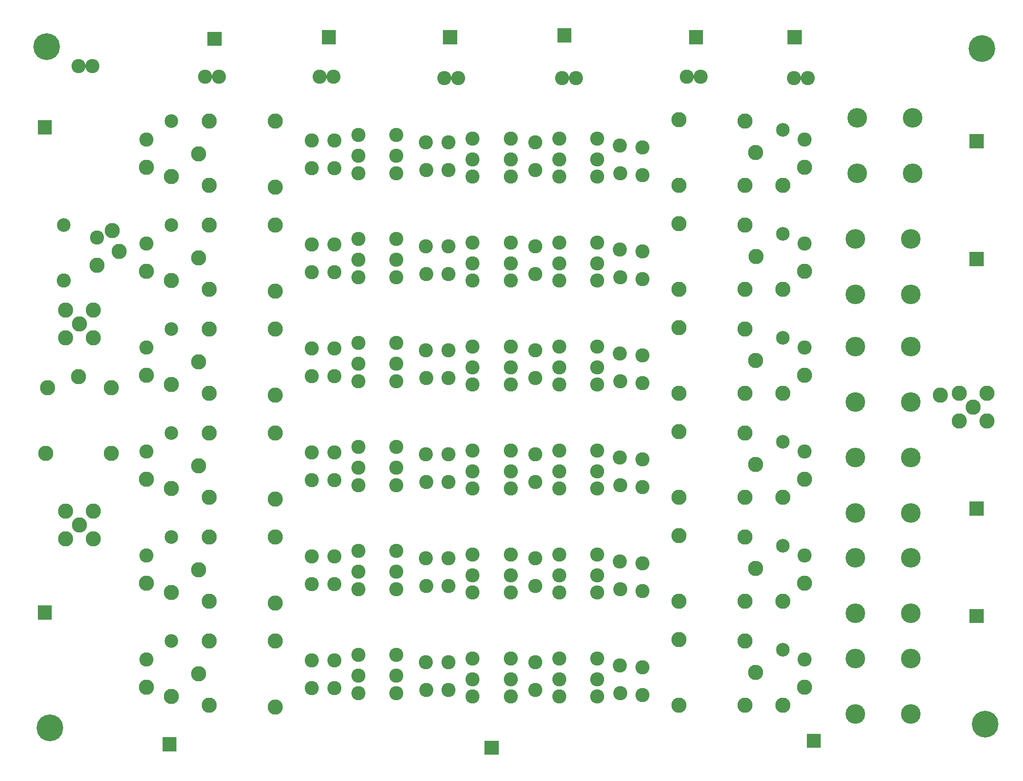
<source format=gbr>
%FSLAX34Y34*%
%MOMM*%
%LNSOLDERMASK_BOTTOM*%
G71*
G01*
%ADD10C,2.600*%
%ADD11C,2.500*%
%ADD12C,2.800*%
%ADD13C,2.600*%
%ADD14C,2.600*%
%ADD15C,4.900*%
%ADD16C,2.800*%
%ADD17C,3.600*%
%LPD*%
X171747Y570084D02*
G54D10*
D03*
X197247Y570084D02*
G54D10*
D03*
X381297Y570084D02*
G54D10*
D03*
X406797Y570084D02*
G54D10*
D03*
X452597Y462859D02*
G54D10*
D03*
X522447Y462859D02*
G54D10*
D03*
X452597Y393009D02*
G54D10*
D03*
X522447Y393009D02*
G54D10*
D03*
X522447Y424759D02*
G54D10*
D03*
X452597Y424759D02*
G54D10*
D03*
X109697Y386659D02*
G54D11*
D03*
X109697Y488259D02*
G54D11*
D03*
X609897Y566909D02*
G54D10*
D03*
X635397Y566909D02*
G54D10*
D03*
X825797Y566909D02*
G54D10*
D03*
X851297Y566909D02*
G54D10*
D03*
X-84003Y142159D02*
G54D12*
D03*
X-33203Y142159D02*
G54D12*
D03*
X-58603Y116759D02*
G54D12*
D03*
X-33203Y91359D02*
G54D12*
D03*
X-84003Y91359D02*
G54D12*
D03*
X-84003Y-226141D02*
G54D12*
D03*
X-33203Y-226141D02*
G54D12*
D03*
X-58603Y-251541D02*
G54D12*
D03*
X-33203Y-276941D02*
G54D12*
D03*
X-84003Y-276941D02*
G54D12*
D03*
X452597Y393009D02*
G54D13*
D03*
X522447Y393009D02*
G54D13*
D03*
X-84003Y142159D02*
G54D13*
D03*
X-33203Y142159D02*
G54D13*
D03*
X-84003Y91359D02*
G54D13*
D03*
X-33203Y91359D02*
G54D13*
D03*
X-84003Y-226141D02*
G54D14*
D03*
X-33203Y-226141D02*
G54D13*
D03*
X-84003Y-276941D02*
G54D13*
D03*
X-33203Y-276941D02*
G54D13*
D03*
X-87153Y196159D02*
G54D11*
D03*
X-87153Y297759D02*
G54D11*
D03*
X-26526Y275132D02*
G54D10*
D03*
X-26414Y224152D02*
G54D10*
D03*
X-60028Y589134D02*
G54D10*
D03*
X-34528Y589134D02*
G54D10*
D03*
X-87153Y196159D02*
G54D13*
D03*
G36*
X385597Y655259D02*
X411597Y655259D01*
X411597Y629259D01*
X385597Y629259D01*
X385597Y655259D01*
G37*
G36*
X607847Y655259D02*
X633847Y655259D01*
X633847Y629259D01*
X607847Y629259D01*
X607847Y655259D01*
G37*
G36*
X817397Y658434D02*
X843397Y658434D01*
X843397Y632434D01*
X817397Y632434D01*
X817397Y658434D01*
G37*
G36*
X1058697Y655259D02*
X1084697Y655259D01*
X1084697Y629259D01*
X1058697Y629259D01*
X1058697Y655259D01*
G37*
G36*
X1239672Y655259D02*
X1265672Y655259D01*
X1265672Y629259D01*
X1239672Y629259D01*
X1239672Y655259D01*
G37*
X-118903Y624659D02*
G54D15*
D03*
X-112553Y-623116D02*
G54D15*
D03*
G36*
X-109103Y490159D02*
X-109103Y464159D01*
X-135103Y464159D01*
X-135103Y490159D01*
X-109103Y490159D01*
G37*
G36*
X-109103Y-398841D02*
X-109103Y-424841D01*
X-135103Y-424841D01*
X-135103Y-398841D01*
X-109103Y-398841D01*
G37*
X300197Y367609D02*
G54D12*
D03*
X179547Y370783D02*
G54D12*
D03*
X300197Y488259D02*
G54D12*
D03*
X179547Y488259D02*
G54D12*
D03*
X159584Y427934D02*
G54D12*
D03*
X64123Y454704D02*
G54D10*
D03*
X64235Y403724D02*
G54D10*
D03*
X64235Y403724D02*
G54D12*
D03*
X-120650Y-120650D02*
G54D12*
D03*
X-117476Y0D02*
G54D12*
D03*
X0Y-120650D02*
G54D12*
D03*
X0Y0D02*
G54D12*
D03*
X-60325Y20112D02*
G54D12*
D03*
X179547Y370783D02*
G54D16*
D03*
X-117476Y0D02*
G54D12*
D03*
X109697Y386659D02*
G54D12*
D03*
X14266Y249896D02*
G54D12*
D03*
X64235Y403724D02*
G54D12*
D03*
X109697Y386659D02*
G54D12*
D03*
X-26414Y224152D02*
G54D12*
D03*
X1747Y288109D02*
G54D12*
D03*
X367174Y452932D02*
G54D10*
D03*
X367286Y401952D02*
G54D10*
D03*
X408449Y452932D02*
G54D10*
D03*
X408562Y401952D02*
G54D10*
D03*
X367286Y401951D02*
G54D13*
D03*
X576724Y449757D02*
G54D10*
D03*
X576836Y398776D02*
G54D10*
D03*
X617999Y449757D02*
G54D10*
D03*
X618112Y398776D02*
G54D10*
D03*
X618112Y398776D02*
G54D13*
D03*
X662147Y456509D02*
G54D10*
D03*
X731997Y456509D02*
G54D10*
D03*
X662147Y386659D02*
G54D10*
D03*
X731997Y386659D02*
G54D10*
D03*
X731997Y418409D02*
G54D10*
D03*
X662147Y418409D02*
G54D10*
D03*
X662147Y386659D02*
G54D13*
D03*
X731997Y386659D02*
G54D13*
D03*
X776749Y449757D02*
G54D10*
D03*
X776862Y398776D02*
G54D10*
D03*
X820897Y456509D02*
G54D10*
D03*
X890747Y456509D02*
G54D10*
D03*
X820897Y386659D02*
G54D10*
D03*
X890747Y386659D02*
G54D10*
D03*
X890747Y418409D02*
G54D10*
D03*
X820897Y418409D02*
G54D10*
D03*
X820897Y386659D02*
G54D13*
D03*
X890747Y386659D02*
G54D13*
D03*
X932324Y443407D02*
G54D10*
D03*
X932436Y392426D02*
G54D10*
D03*
X973599Y440232D02*
G54D10*
D03*
X973712Y389252D02*
G54D10*
D03*
X973712Y389251D02*
G54D13*
D03*
X1230983Y472274D02*
G54D11*
D03*
X1230983Y370675D02*
G54D11*
D03*
X1040483Y491324D02*
G54D12*
D03*
X1161133Y488151D02*
G54D12*
D03*
X1040483Y370674D02*
G54D12*
D03*
X1161133Y370675D02*
G54D12*
D03*
X1181095Y431000D02*
G54D12*
D03*
X1161133Y370675D02*
G54D16*
D03*
X1270623Y454704D02*
G54D10*
D03*
X1270735Y403724D02*
G54D10*
D03*
X1270735Y403724D02*
G54D12*
D03*
X1270735Y403724D02*
G54D12*
D03*
X1230983Y370675D02*
G54D12*
D03*
X452597Y272359D02*
G54D10*
D03*
X522447Y272359D02*
G54D10*
D03*
X452597Y202509D02*
G54D10*
D03*
X522447Y202509D02*
G54D10*
D03*
X522447Y234259D02*
G54D10*
D03*
X452597Y234259D02*
G54D10*
D03*
X109697Y196159D02*
G54D11*
D03*
X109697Y297759D02*
G54D11*
D03*
X452597Y202509D02*
G54D13*
D03*
X522447Y202509D02*
G54D13*
D03*
X300197Y177109D02*
G54D12*
D03*
X179547Y180283D02*
G54D12*
D03*
X300197Y297759D02*
G54D12*
D03*
X179547Y297759D02*
G54D12*
D03*
X159584Y237434D02*
G54D12*
D03*
X64123Y264204D02*
G54D10*
D03*
X64235Y213224D02*
G54D10*
D03*
X64235Y213224D02*
G54D12*
D03*
X179547Y180283D02*
G54D16*
D03*
X109697Y196159D02*
G54D12*
D03*
X64235Y213224D02*
G54D12*
D03*
X109697Y196159D02*
G54D12*
D03*
X367174Y262432D02*
G54D10*
D03*
X367286Y211452D02*
G54D10*
D03*
X408449Y262432D02*
G54D10*
D03*
X408562Y211452D02*
G54D10*
D03*
X367286Y211451D02*
G54D13*
D03*
X576724Y259257D02*
G54D10*
D03*
X576836Y208276D02*
G54D10*
D03*
X617999Y259257D02*
G54D10*
D03*
X618112Y208276D02*
G54D10*
D03*
X618112Y208276D02*
G54D13*
D03*
X662147Y266009D02*
G54D10*
D03*
X731997Y266009D02*
G54D10*
D03*
X662147Y196159D02*
G54D10*
D03*
X731997Y196159D02*
G54D10*
D03*
X731997Y227909D02*
G54D10*
D03*
X662147Y227909D02*
G54D10*
D03*
X662147Y196159D02*
G54D13*
D03*
X731997Y196159D02*
G54D13*
D03*
X776749Y259257D02*
G54D10*
D03*
X776862Y208276D02*
G54D10*
D03*
X820897Y266009D02*
G54D10*
D03*
X890747Y266009D02*
G54D10*
D03*
X820897Y196159D02*
G54D10*
D03*
X890747Y196159D02*
G54D10*
D03*
X890747Y227909D02*
G54D10*
D03*
X820897Y227909D02*
G54D10*
D03*
X820897Y196159D02*
G54D13*
D03*
X890747Y196159D02*
G54D13*
D03*
X932324Y252907D02*
G54D10*
D03*
X932436Y201926D02*
G54D10*
D03*
X973599Y249732D02*
G54D10*
D03*
X973712Y198752D02*
G54D10*
D03*
X973712Y198751D02*
G54D13*
D03*
X1230983Y281774D02*
G54D11*
D03*
X1230983Y180175D02*
G54D11*
D03*
X1040483Y300824D02*
G54D12*
D03*
X1161133Y297651D02*
G54D12*
D03*
X1040483Y180174D02*
G54D12*
D03*
X1161133Y180174D02*
G54D12*
D03*
X1181595Y240500D02*
G54D12*
D03*
X1161133Y180174D02*
G54D16*
D03*
X1270623Y264204D02*
G54D10*
D03*
X1270735Y213224D02*
G54D10*
D03*
X1270735Y213224D02*
G54D12*
D03*
X1270735Y213224D02*
G54D12*
D03*
X1230983Y180175D02*
G54D12*
D03*
X452597Y81859D02*
G54D10*
D03*
X522447Y81859D02*
G54D10*
D03*
X452597Y12009D02*
G54D10*
D03*
X522447Y12009D02*
G54D10*
D03*
X522447Y43759D02*
G54D10*
D03*
X452597Y43759D02*
G54D10*
D03*
X109697Y5659D02*
G54D11*
D03*
X109697Y107259D02*
G54D11*
D03*
X452597Y12009D02*
G54D13*
D03*
X522447Y12009D02*
G54D13*
D03*
X300197Y-13391D02*
G54D12*
D03*
X179547Y-10217D02*
G54D12*
D03*
X300197Y107259D02*
G54D12*
D03*
X179547Y107259D02*
G54D12*
D03*
X159584Y46934D02*
G54D12*
D03*
X64123Y73704D02*
G54D10*
D03*
X64235Y22724D02*
G54D10*
D03*
X64235Y22724D02*
G54D12*
D03*
X179547Y-10217D02*
G54D16*
D03*
X109697Y5659D02*
G54D12*
D03*
X64235Y22724D02*
G54D12*
D03*
X109697Y5659D02*
G54D12*
D03*
X367174Y71932D02*
G54D10*
D03*
X367286Y20952D02*
G54D10*
D03*
X408449Y71932D02*
G54D10*
D03*
X408562Y20952D02*
G54D10*
D03*
X367286Y20951D02*
G54D13*
D03*
X576724Y68757D02*
G54D10*
D03*
X576836Y17776D02*
G54D10*
D03*
X617999Y68757D02*
G54D10*
D03*
X618112Y17776D02*
G54D10*
D03*
X618112Y17776D02*
G54D13*
D03*
X662147Y75509D02*
G54D10*
D03*
X731997Y75509D02*
G54D10*
D03*
X662147Y5659D02*
G54D10*
D03*
X731997Y5659D02*
G54D10*
D03*
X731997Y37409D02*
G54D10*
D03*
X662147Y37409D02*
G54D10*
D03*
X662147Y5659D02*
G54D13*
D03*
X731997Y5659D02*
G54D13*
D03*
X776749Y68757D02*
G54D10*
D03*
X776862Y17776D02*
G54D10*
D03*
X820897Y75509D02*
G54D10*
D03*
X890747Y75509D02*
G54D10*
D03*
X820897Y5659D02*
G54D10*
D03*
X890747Y5659D02*
G54D10*
D03*
X890747Y37409D02*
G54D10*
D03*
X820897Y37409D02*
G54D10*
D03*
X820897Y5659D02*
G54D13*
D03*
X890747Y5659D02*
G54D13*
D03*
X932324Y62407D02*
G54D10*
D03*
X932436Y11426D02*
G54D10*
D03*
X973599Y59232D02*
G54D10*
D03*
X973712Y8252D02*
G54D10*
D03*
X973712Y8251D02*
G54D13*
D03*
X1230983Y91274D02*
G54D11*
D03*
X1230983Y-10325D02*
G54D11*
D03*
X1040483Y110324D02*
G54D12*
D03*
X1161133Y107151D02*
G54D12*
D03*
X1040483Y-10326D02*
G54D12*
D03*
X1161133Y-10326D02*
G54D12*
D03*
X1181095Y50000D02*
G54D12*
D03*
X1161133Y-10326D02*
G54D16*
D03*
X1270623Y73704D02*
G54D10*
D03*
X1270735Y22724D02*
G54D10*
D03*
X1270735Y22724D02*
G54D12*
D03*
X1270735Y22724D02*
G54D12*
D03*
X1230983Y-10325D02*
G54D12*
D03*
X452597Y-108641D02*
G54D10*
D03*
X522447Y-108641D02*
G54D10*
D03*
X452597Y-178491D02*
G54D10*
D03*
X522447Y-178491D02*
G54D10*
D03*
X522447Y-146741D02*
G54D10*
D03*
X452597Y-146741D02*
G54D10*
D03*
X109697Y-184841D02*
G54D11*
D03*
X109697Y-83241D02*
G54D11*
D03*
X452597Y-178491D02*
G54D13*
D03*
X522447Y-178491D02*
G54D13*
D03*
X300197Y-203891D02*
G54D12*
D03*
X179547Y-200717D02*
G54D12*
D03*
X300197Y-83241D02*
G54D12*
D03*
X179547Y-83241D02*
G54D12*
D03*
X159584Y-143566D02*
G54D12*
D03*
X64123Y-116796D02*
G54D10*
D03*
X64235Y-167776D02*
G54D10*
D03*
X64235Y-167776D02*
G54D12*
D03*
X179547Y-200717D02*
G54D16*
D03*
X109697Y-184841D02*
G54D12*
D03*
X64235Y-167776D02*
G54D12*
D03*
X109697Y-184841D02*
G54D12*
D03*
X367174Y-118568D02*
G54D10*
D03*
X367286Y-169548D02*
G54D10*
D03*
X408449Y-118568D02*
G54D10*
D03*
X408562Y-169548D02*
G54D10*
D03*
X367286Y-169549D02*
G54D13*
D03*
X576724Y-121743D02*
G54D10*
D03*
X576836Y-172724D02*
G54D10*
D03*
X617999Y-121743D02*
G54D10*
D03*
X618112Y-172724D02*
G54D10*
D03*
X618112Y-172724D02*
G54D13*
D03*
X662147Y-114991D02*
G54D10*
D03*
X731997Y-114991D02*
G54D10*
D03*
X662147Y-184841D02*
G54D10*
D03*
X731997Y-184841D02*
G54D10*
D03*
X731997Y-153091D02*
G54D10*
D03*
X662147Y-153091D02*
G54D10*
D03*
X662147Y-184841D02*
G54D13*
D03*
X731997Y-184841D02*
G54D13*
D03*
X776749Y-121743D02*
G54D10*
D03*
X776862Y-172724D02*
G54D10*
D03*
X820897Y-114991D02*
G54D10*
D03*
X890747Y-114991D02*
G54D10*
D03*
X820897Y-184841D02*
G54D10*
D03*
X890747Y-184841D02*
G54D10*
D03*
X890747Y-153091D02*
G54D10*
D03*
X820897Y-153091D02*
G54D10*
D03*
X820897Y-184841D02*
G54D13*
D03*
X890747Y-184841D02*
G54D13*
D03*
X932324Y-128093D02*
G54D10*
D03*
X932436Y-179074D02*
G54D10*
D03*
X973599Y-131268D02*
G54D10*
D03*
X973712Y-182248D02*
G54D10*
D03*
X973712Y-182249D02*
G54D13*
D03*
X1230983Y-99226D02*
G54D11*
D03*
X1230983Y-200825D02*
G54D11*
D03*
X1040483Y-80176D02*
G54D12*
D03*
X1161133Y-83349D02*
G54D12*
D03*
X1040483Y-200826D02*
G54D12*
D03*
X1161133Y-200826D02*
G54D12*
D03*
X1181095Y-140500D02*
G54D12*
D03*
X1161133Y-200826D02*
G54D16*
D03*
X1270623Y-116796D02*
G54D10*
D03*
X1270735Y-167776D02*
G54D10*
D03*
X1270735Y-167776D02*
G54D12*
D03*
X1270735Y-167776D02*
G54D12*
D03*
X1230983Y-200825D02*
G54D12*
D03*
X452597Y-299141D02*
G54D10*
D03*
X522447Y-299141D02*
G54D10*
D03*
X452597Y-368991D02*
G54D10*
D03*
X522447Y-368991D02*
G54D10*
D03*
X522447Y-337241D02*
G54D10*
D03*
X452597Y-337241D02*
G54D10*
D03*
X109697Y-375341D02*
G54D11*
D03*
X109697Y-273741D02*
G54D11*
D03*
X452597Y-368991D02*
G54D13*
D03*
X522447Y-368991D02*
G54D13*
D03*
X300197Y-394391D02*
G54D12*
D03*
X179547Y-391217D02*
G54D12*
D03*
X300197Y-273741D02*
G54D12*
D03*
X179547Y-273741D02*
G54D12*
D03*
X159584Y-334066D02*
G54D12*
D03*
X64123Y-307296D02*
G54D10*
D03*
X64235Y-358276D02*
G54D10*
D03*
X64235Y-358276D02*
G54D12*
D03*
X179547Y-391217D02*
G54D16*
D03*
X109697Y-375341D02*
G54D12*
D03*
X64235Y-358276D02*
G54D12*
D03*
X109697Y-375341D02*
G54D12*
D03*
X367174Y-309068D02*
G54D10*
D03*
X367286Y-360048D02*
G54D10*
D03*
X408449Y-309068D02*
G54D10*
D03*
X408562Y-360048D02*
G54D10*
D03*
X367286Y-360049D02*
G54D13*
D03*
X576724Y-312243D02*
G54D10*
D03*
X576836Y-363224D02*
G54D10*
D03*
X617999Y-312243D02*
G54D10*
D03*
X618112Y-363224D02*
G54D10*
D03*
X618112Y-363224D02*
G54D13*
D03*
X662147Y-305491D02*
G54D10*
D03*
X731997Y-305491D02*
G54D10*
D03*
X662147Y-375341D02*
G54D10*
D03*
X731997Y-375341D02*
G54D10*
D03*
X731997Y-343591D02*
G54D10*
D03*
X662147Y-343591D02*
G54D10*
D03*
X662147Y-375341D02*
G54D13*
D03*
X731997Y-375341D02*
G54D13*
D03*
X776749Y-312243D02*
G54D10*
D03*
X776862Y-363224D02*
G54D10*
D03*
X820897Y-305491D02*
G54D10*
D03*
X890747Y-305491D02*
G54D10*
D03*
X820897Y-375341D02*
G54D10*
D03*
X890747Y-375341D02*
G54D10*
D03*
X890747Y-343591D02*
G54D10*
D03*
X820897Y-343591D02*
G54D10*
D03*
X820897Y-375341D02*
G54D13*
D03*
X890747Y-375341D02*
G54D13*
D03*
X932324Y-318593D02*
G54D10*
D03*
X932436Y-369574D02*
G54D10*
D03*
X973599Y-321768D02*
G54D10*
D03*
X973712Y-372748D02*
G54D10*
D03*
X973712Y-372749D02*
G54D13*
D03*
X1230983Y-289726D02*
G54D11*
D03*
X1230983Y-391325D02*
G54D11*
D03*
X1040483Y-270676D02*
G54D12*
D03*
X1161133Y-273849D02*
G54D12*
D03*
X1040483Y-391326D02*
G54D12*
D03*
X1161133Y-391326D02*
G54D12*
D03*
X1181095Y-331000D02*
G54D12*
D03*
X1161133Y-391326D02*
G54D16*
D03*
X1270623Y-307296D02*
G54D10*
D03*
X1270735Y-358276D02*
G54D10*
D03*
X1270735Y-358276D02*
G54D12*
D03*
X1270735Y-358276D02*
G54D12*
D03*
X1230983Y-391325D02*
G54D12*
D03*
X452597Y-489641D02*
G54D10*
D03*
X522447Y-489641D02*
G54D10*
D03*
X452597Y-559491D02*
G54D10*
D03*
X522447Y-559491D02*
G54D10*
D03*
X522447Y-527741D02*
G54D10*
D03*
X452597Y-527741D02*
G54D10*
D03*
X109697Y-565841D02*
G54D11*
D03*
X109697Y-464241D02*
G54D11*
D03*
X452597Y-559491D02*
G54D13*
D03*
X522447Y-559491D02*
G54D13*
D03*
X300197Y-584891D02*
G54D12*
D03*
X179547Y-581717D02*
G54D12*
D03*
X300197Y-464241D02*
G54D12*
D03*
X179547Y-464241D02*
G54D12*
D03*
X159584Y-524566D02*
G54D12*
D03*
X64123Y-497796D02*
G54D10*
D03*
X64235Y-548776D02*
G54D10*
D03*
X64235Y-548776D02*
G54D12*
D03*
X179547Y-581717D02*
G54D16*
D03*
X109697Y-565841D02*
G54D12*
D03*
X64235Y-548776D02*
G54D12*
D03*
X109697Y-565841D02*
G54D12*
D03*
X367174Y-499568D02*
G54D10*
D03*
X367286Y-550548D02*
G54D10*
D03*
X408449Y-499568D02*
G54D10*
D03*
X408562Y-550548D02*
G54D10*
D03*
X367286Y-550549D02*
G54D13*
D03*
X576724Y-502743D02*
G54D10*
D03*
X576836Y-553724D02*
G54D10*
D03*
X617999Y-502743D02*
G54D10*
D03*
X618112Y-553724D02*
G54D10*
D03*
X618112Y-553724D02*
G54D13*
D03*
X662147Y-495991D02*
G54D10*
D03*
X731997Y-495991D02*
G54D10*
D03*
X662147Y-565841D02*
G54D10*
D03*
X731997Y-565841D02*
G54D10*
D03*
X731997Y-534091D02*
G54D10*
D03*
X662147Y-534091D02*
G54D10*
D03*
X662147Y-565841D02*
G54D13*
D03*
X731997Y-565841D02*
G54D13*
D03*
X776749Y-502743D02*
G54D10*
D03*
X776862Y-553724D02*
G54D10*
D03*
X820897Y-495991D02*
G54D10*
D03*
X890747Y-495991D02*
G54D10*
D03*
X820897Y-565841D02*
G54D10*
D03*
X890747Y-565841D02*
G54D10*
D03*
X890747Y-534091D02*
G54D10*
D03*
X820897Y-534091D02*
G54D10*
D03*
X820897Y-565841D02*
G54D13*
D03*
X890747Y-565841D02*
G54D13*
D03*
X932324Y-509093D02*
G54D10*
D03*
X932436Y-560074D02*
G54D10*
D03*
X973599Y-512268D02*
G54D10*
D03*
X973712Y-563248D02*
G54D10*
D03*
X973712Y-563249D02*
G54D13*
D03*
X1230983Y-480226D02*
G54D11*
D03*
X1230983Y-581825D02*
G54D11*
D03*
X1040483Y-461176D02*
G54D12*
D03*
X1161133Y-464349D02*
G54D12*
D03*
X1040483Y-581826D02*
G54D12*
D03*
X1161133Y-581826D02*
G54D12*
D03*
X1181096Y-521500D02*
G54D12*
D03*
X1161133Y-581826D02*
G54D16*
D03*
X1270623Y-497796D02*
G54D10*
D03*
X1270735Y-548776D02*
G54D10*
D03*
X1270735Y-548776D02*
G54D12*
D03*
X1270735Y-548776D02*
G54D12*
D03*
X1230983Y-581825D02*
G54D12*
D03*
X1054397Y570084D02*
G54D10*
D03*
X1079897Y570084D02*
G54D10*
D03*
X1251247Y566909D02*
G54D10*
D03*
X1276747Y566909D02*
G54D10*
D03*
X1366997Y494609D02*
G54D17*
D03*
X1468597Y494609D02*
G54D12*
D03*
X1468597Y494609D02*
G54D17*
D03*
X1366997Y494609D02*
G54D17*
D03*
X1366997Y393009D02*
G54D12*
D03*
X1366997Y393009D02*
G54D17*
D03*
X1468597Y494609D02*
G54D17*
D03*
X1468597Y393009D02*
G54D12*
D03*
X1468597Y393009D02*
G54D17*
D03*
X1363822Y272359D02*
G54D17*
D03*
X1465422Y272359D02*
G54D12*
D03*
X1465422Y272359D02*
G54D17*
D03*
X1363822Y272359D02*
G54D17*
D03*
X1363822Y170759D02*
G54D12*
D03*
X1363822Y170759D02*
G54D17*
D03*
X1465422Y272359D02*
G54D17*
D03*
X1465422Y170759D02*
G54D12*
D03*
X1465422Y170759D02*
G54D17*
D03*
X1363822Y75509D02*
G54D17*
D03*
X1465422Y75509D02*
G54D12*
D03*
X1465422Y75509D02*
G54D17*
D03*
X1363822Y75509D02*
G54D17*
D03*
X1363822Y-26091D02*
G54D12*
D03*
X1363822Y-26091D02*
G54D17*
D03*
X1465422Y75509D02*
G54D17*
D03*
X1465422Y-26091D02*
G54D12*
D03*
X1465422Y-26091D02*
G54D17*
D03*
X1363822Y-127691D02*
G54D17*
D03*
X1465422Y-127691D02*
G54D12*
D03*
X1465422Y-127691D02*
G54D17*
D03*
X1363822Y-127691D02*
G54D17*
D03*
X1363822Y-229291D02*
G54D12*
D03*
X1363822Y-229291D02*
G54D17*
D03*
X1465422Y-127691D02*
G54D17*
D03*
X1465422Y-229291D02*
G54D12*
D03*
X1465422Y-229291D02*
G54D17*
D03*
X1363822Y-311841D02*
G54D17*
D03*
X1465422Y-311841D02*
G54D12*
D03*
X1465422Y-311841D02*
G54D17*
D03*
X1363822Y-311841D02*
G54D17*
D03*
X1363822Y-413441D02*
G54D12*
D03*
X1363822Y-413441D02*
G54D17*
D03*
X1465422Y-311841D02*
G54D17*
D03*
X1465422Y-413441D02*
G54D12*
D03*
X1465422Y-413441D02*
G54D17*
D03*
X1363822Y-495991D02*
G54D17*
D03*
X1465422Y-495991D02*
G54D12*
D03*
X1465422Y-495991D02*
G54D17*
D03*
X1363822Y-495991D02*
G54D17*
D03*
X1363822Y-597591D02*
G54D12*
D03*
X1363822Y-597591D02*
G54D17*
D03*
X1465422Y-495991D02*
G54D17*
D03*
X1465422Y-597591D02*
G54D12*
D03*
X1465422Y-597591D02*
G54D17*
D03*
X1366997Y393009D02*
G54D17*
D03*
X1468597Y393009D02*
G54D17*
D03*
X1363822Y170759D02*
G54D17*
D03*
X1465422Y170759D02*
G54D17*
D03*
X1363822Y-26091D02*
G54D17*
D03*
X1465422Y-26091D02*
G54D17*
D03*
X1363822Y-229291D02*
G54D17*
D03*
X1465422Y-229291D02*
G54D17*
D03*
X1363822Y-413441D02*
G54D17*
D03*
X1465422Y-413441D02*
G54D17*
D03*
X1363822Y-597591D02*
G54D17*
D03*
X1465422Y-597591D02*
G54D17*
D03*
X1601947Y-616766D02*
G54D15*
D03*
X1595597Y621484D02*
G54D15*
D03*
G36*
X176047Y652084D02*
X202047Y652084D01*
X202047Y626084D01*
X176047Y626084D01*
X176047Y652084D01*
G37*
X1554297Y-10241D02*
G54D12*
D03*
X1605097Y-10241D02*
G54D12*
D03*
X1579697Y-35641D02*
G54D12*
D03*
X1605097Y-61041D02*
G54D12*
D03*
X1554297Y-61041D02*
G54D12*
D03*
X1554297Y-10241D02*
G54D14*
D03*
X1605097Y-10241D02*
G54D13*
D03*
X1554297Y-61041D02*
G54D13*
D03*
X1605097Y-61041D02*
G54D13*
D03*
X1519397Y-13391D02*
G54D12*
D03*
G36*
X1599047Y464759D02*
X1599047Y438759D01*
X1573047Y438759D01*
X1573047Y464759D01*
X1599047Y464759D01*
G37*
G36*
X1599047Y248859D02*
X1599047Y222859D01*
X1573047Y222859D01*
X1573047Y248859D01*
X1599047Y248859D01*
G37*
G36*
X1599047Y-208341D02*
X1599047Y-234341D01*
X1573047Y-234341D01*
X1573047Y-208341D01*
X1599047Y-208341D01*
G37*
G36*
X1599047Y-405191D02*
X1599047Y-431191D01*
X1573047Y-431191D01*
X1573047Y-405191D01*
X1599047Y-405191D01*
G37*
G36*
X119497Y-640141D02*
X119497Y-666141D01*
X93497Y-666141D01*
X93497Y-640141D01*
X119497Y-640141D01*
G37*
G36*
X1300597Y-633791D02*
X1300597Y-659791D01*
X1274597Y-659791D01*
X1274597Y-633791D01*
X1300597Y-633791D01*
G37*
G36*
X710047Y-646491D02*
X710047Y-672491D01*
X684047Y-672491D01*
X684047Y-646491D01*
X710047Y-646491D01*
G37*
M02*

</source>
